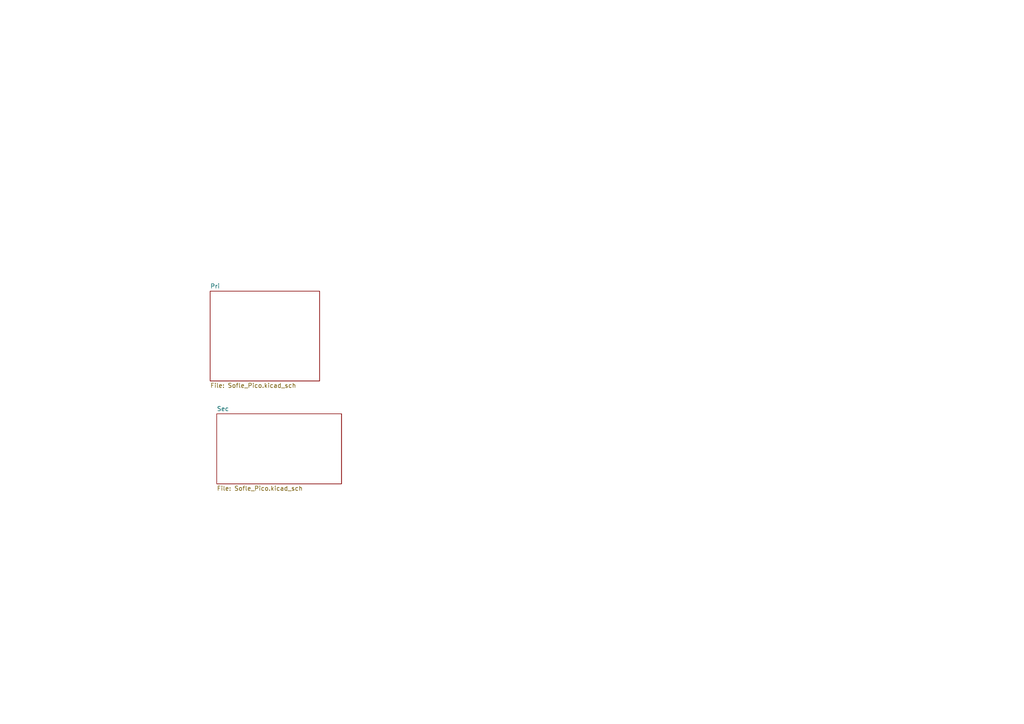
<source format=kicad_sch>
(kicad_sch (version 20230121) (generator eeschema)
  (paper "A4")
  (lib_symbols)
  (sheet (at 62.865 120.015) (size 36.195 20.32) (stroke (width 0.1524))
    (property "Sheetname" "Sec" (at 62.865 119.3034 0) (effects (justify left bottom)))
    (property "Sheetfile" "Sofle_Pico.kicad_sch" (at 62.865 140.9196 0) (effects (justify left top)))
  )
  (sheet (at 60.96 84.455) (size 31.75 26.035) (stroke (width 0.1524))
    (property "Sheetname" "Pri" (at 60.96 83.7434 0) (effects (justify left bottom)))
    (property "Sheetfile" "Sofle_Pico.kicad_sch" (at 60.96 111.0746 0) (effects (justify left top)))
  )
)
</source>
